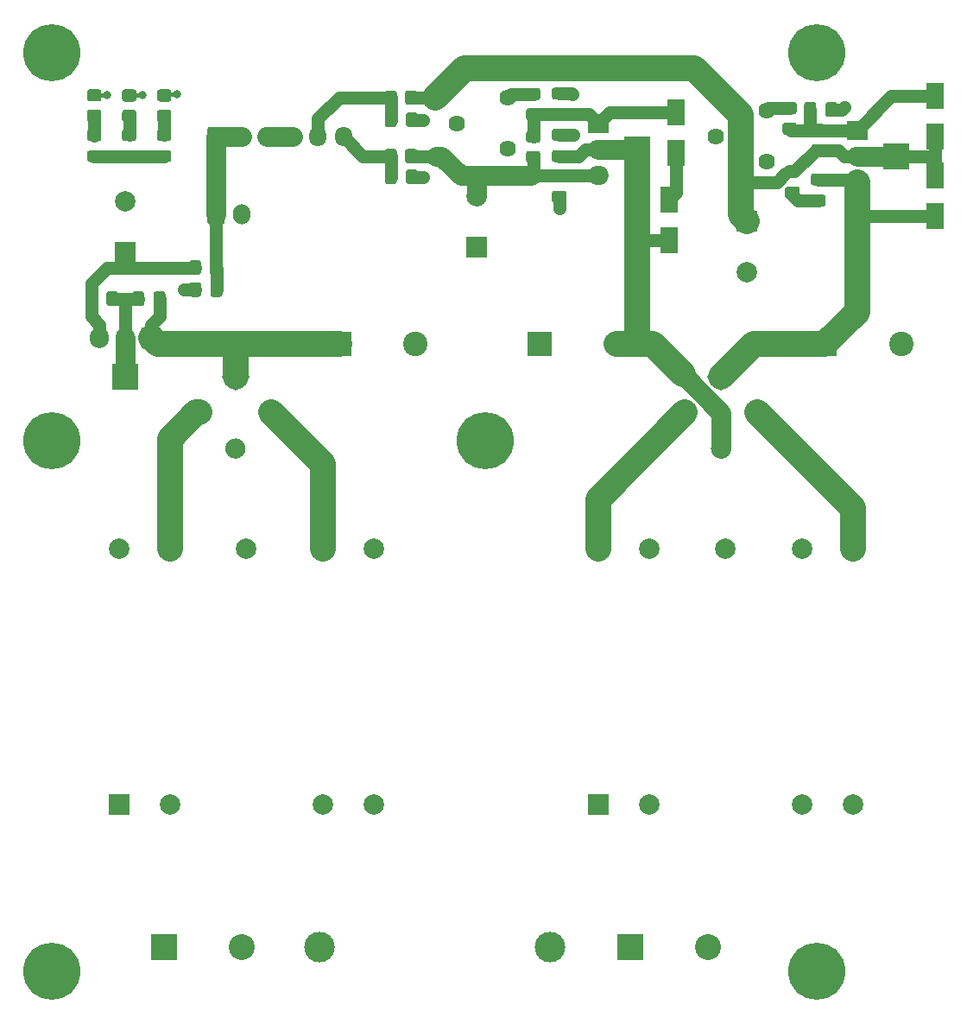
<source format=gbr>
G04 #@! TF.GenerationSoftware,KiCad,Pcbnew,5.1.9-73d0e3b20d~88~ubuntu20.04.1*
G04 #@! TF.CreationDate,2021-01-30T11:56:24+01:00*
G04 #@! TF.ProjectId,FY6600_Power_Supply,46593636-3030-45f5-906f-7765725f5375,1.0*
G04 #@! TF.SameCoordinates,Original*
G04 #@! TF.FileFunction,Copper,L1,Top*
G04 #@! TF.FilePolarity,Positive*
%FSLAX46Y46*%
G04 Gerber Fmt 4.6, Leading zero omitted, Abs format (unit mm)*
G04 Created by KiCad (PCBNEW 5.1.9-73d0e3b20d~88~ubuntu20.04.1) date 2021-01-30 11:56:24*
%MOMM*%
%LPD*%
G01*
G04 APERTURE LIST*
G04 #@! TA.AperFunction,SMDPad,CuDef*
%ADD10R,1.800000X2.500000*%
G04 #@! TD*
G04 #@! TA.AperFunction,ComponentPad*
%ADD11O,1.700000X2.000000*%
G04 #@! TD*
G04 #@! TA.AperFunction,ComponentPad*
%ADD12C,5.600000*%
G04 #@! TD*
G04 #@! TA.AperFunction,ComponentPad*
%ADD13O,2.000000X1.905000*%
G04 #@! TD*
G04 #@! TA.AperFunction,ComponentPad*
%ADD14R,2.000000X1.905000*%
G04 #@! TD*
G04 #@! TA.AperFunction,ComponentPad*
%ADD15O,1.905000X2.000000*%
G04 #@! TD*
G04 #@! TA.AperFunction,ComponentPad*
%ADD16R,1.905000X2.000000*%
G04 #@! TD*
G04 #@! TA.AperFunction,ComponentPad*
%ADD17C,2.000000*%
G04 #@! TD*
G04 #@! TA.AperFunction,ComponentPad*
%ADD18R,2.000000X2.000000*%
G04 #@! TD*
G04 #@! TA.AperFunction,ComponentPad*
%ADD19C,2.540000*%
G04 #@! TD*
G04 #@! TA.AperFunction,ComponentPad*
%ADD20R,2.540000X2.540000*%
G04 #@! TD*
G04 #@! TA.AperFunction,ComponentPad*
%ADD21C,1.620000*%
G04 #@! TD*
G04 #@! TA.AperFunction,ComponentPad*
%ADD22O,1.700000X1.950000*%
G04 #@! TD*
G04 #@! TA.AperFunction,ComponentPad*
%ADD23R,2.500000X2.500000*%
G04 #@! TD*
G04 #@! TA.AperFunction,ComponentPad*
%ADD24C,3.000000*%
G04 #@! TD*
G04 #@! TA.AperFunction,ComponentPad*
%ADD25C,0.100000*%
G04 #@! TD*
G04 #@! TA.AperFunction,ComponentPad*
%ADD26C,2.400000*%
G04 #@! TD*
G04 #@! TA.AperFunction,ComponentPad*
%ADD27R,2.400000X2.400000*%
G04 #@! TD*
G04 #@! TA.AperFunction,ViaPad*
%ADD28C,0.800000*%
G04 #@! TD*
G04 #@! TA.AperFunction,Conductor*
%ADD29C,1.270000*%
G04 #@! TD*
G04 #@! TA.AperFunction,Conductor*
%ADD30C,1.905000*%
G04 #@! TD*
G04 #@! TA.AperFunction,Conductor*
%ADD31C,2.540000*%
G04 #@! TD*
G04 #@! TA.AperFunction,Conductor*
%ADD32C,0.406400*%
G04 #@! TD*
G04 APERTURE END LIST*
D10*
X115570000Y-65405000D03*
X115570000Y-61405000D03*
X116205000Y-56864000D03*
X116205000Y-52864000D03*
X141605000Y-51245000D03*
X141605000Y-55245000D03*
X141605000Y-59055000D03*
X141605000Y-63055000D03*
G04 #@! TA.AperFunction,SMDPad,CuDef*
G36*
G01*
X104300000Y-52520000D02*
X105250000Y-52520000D01*
G75*
G02*
X105500000Y-52770000I0J-250000D01*
G01*
X105500000Y-53445000D01*
G75*
G02*
X105250000Y-53695000I-250000J0D01*
G01*
X104300000Y-53695000D01*
G75*
G02*
X104050000Y-53445000I0J250000D01*
G01*
X104050000Y-52770000D01*
G75*
G02*
X104300000Y-52520000I250000J0D01*
G01*
G37*
G04 #@! TD.AperFunction*
G04 #@! TA.AperFunction,SMDPad,CuDef*
G36*
G01*
X104300000Y-50445000D02*
X105250000Y-50445000D01*
G75*
G02*
X105500000Y-50695000I0J-250000D01*
G01*
X105500000Y-51370000D01*
G75*
G02*
X105250000Y-51620000I-250000J0D01*
G01*
X104300000Y-51620000D01*
G75*
G02*
X104050000Y-51370000I0J250000D01*
G01*
X104050000Y-50695000D01*
G75*
G02*
X104300000Y-50445000I250000J0D01*
G01*
G37*
G04 #@! TD.AperFunction*
G04 #@! TA.AperFunction,SMDPad,CuDef*
G36*
G01*
X130879000Y-53053000D02*
X130879000Y-52103000D01*
G75*
G02*
X131129000Y-51853000I250000J0D01*
G01*
X131804000Y-51853000D01*
G75*
G02*
X132054000Y-52103000I0J-250000D01*
G01*
X132054000Y-53053000D01*
G75*
G02*
X131804000Y-53303000I-250000J0D01*
G01*
X131129000Y-53303000D01*
G75*
G02*
X130879000Y-53053000I0J250000D01*
G01*
G37*
G04 #@! TD.AperFunction*
G04 #@! TA.AperFunction,SMDPad,CuDef*
G36*
G01*
X128804000Y-53053000D02*
X128804000Y-52103000D01*
G75*
G02*
X129054000Y-51853000I250000J0D01*
G01*
X129729000Y-51853000D01*
G75*
G02*
X129979000Y-52103000I0J-250000D01*
G01*
X129979000Y-53053000D01*
G75*
G02*
X129729000Y-53303000I-250000J0D01*
G01*
X129054000Y-53303000D01*
G75*
G02*
X128804000Y-53053000I0J250000D01*
G01*
G37*
G04 #@! TD.AperFunction*
D11*
X73620000Y-62865000D03*
G04 #@! TA.AperFunction,ComponentPad*
G36*
G01*
X70270000Y-63615000D02*
X70270000Y-62115000D01*
G75*
G02*
X70520000Y-61865000I250000J0D01*
G01*
X71720000Y-61865000D01*
G75*
G02*
X71970000Y-62115000I0J-250000D01*
G01*
X71970000Y-63615000D01*
G75*
G02*
X71720000Y-63865000I-250000J0D01*
G01*
X70520000Y-63865000D01*
G75*
G02*
X70270000Y-63615000I0J250000D01*
G01*
G37*
G04 #@! TD.AperFunction*
G04 #@! TA.AperFunction,SMDPad,CuDef*
G36*
G01*
X89665000Y-57600001D02*
X89665000Y-56699999D01*
G75*
G02*
X89914999Y-56450000I249999J0D01*
G01*
X90615001Y-56450000D01*
G75*
G02*
X90865000Y-56699999I0J-249999D01*
G01*
X90865000Y-57600001D01*
G75*
G02*
X90615001Y-57850000I-249999J0D01*
G01*
X89914999Y-57850000D01*
G75*
G02*
X89665000Y-57600001I0J249999D01*
G01*
G37*
G04 #@! TD.AperFunction*
G04 #@! TA.AperFunction,SMDPad,CuDef*
G36*
G01*
X87665000Y-57600001D02*
X87665000Y-56699999D01*
G75*
G02*
X87914999Y-56450000I249999J0D01*
G01*
X88615001Y-56450000D01*
G75*
G02*
X88865000Y-56699999I0J-249999D01*
G01*
X88865000Y-57600001D01*
G75*
G02*
X88615001Y-57850000I-249999J0D01*
G01*
X87914999Y-57850000D01*
G75*
G02*
X87665000Y-57600001I0J249999D01*
G01*
G37*
G04 #@! TD.AperFunction*
G04 #@! TA.AperFunction,SMDPad,CuDef*
G36*
G01*
X89665000Y-51885001D02*
X89665000Y-50984999D01*
G75*
G02*
X89914999Y-50735000I249999J0D01*
G01*
X90615001Y-50735000D01*
G75*
G02*
X90865000Y-50984999I0J-249999D01*
G01*
X90865000Y-51885001D01*
G75*
G02*
X90615001Y-52135000I-249999J0D01*
G01*
X89914999Y-52135000D01*
G75*
G02*
X89665000Y-51885001I0J249999D01*
G01*
G37*
G04 #@! TD.AperFunction*
G04 #@! TA.AperFunction,SMDPad,CuDef*
G36*
G01*
X87665000Y-51885001D02*
X87665000Y-50984999D01*
G75*
G02*
X87914999Y-50735000I249999J0D01*
G01*
X88615001Y-50735000D01*
G75*
G02*
X88865000Y-50984999I0J-249999D01*
G01*
X88865000Y-51885001D01*
G75*
G02*
X88615001Y-52135000I-249999J0D01*
G01*
X87914999Y-52135000D01*
G75*
G02*
X87665000Y-51885001I0J249999D01*
G01*
G37*
G04 #@! TD.AperFunction*
G04 #@! TA.AperFunction,SMDPad,CuDef*
G36*
G01*
X69682000Y-67621999D02*
X69682000Y-68522001D01*
G75*
G02*
X69432001Y-68772000I-249999J0D01*
G01*
X68731999Y-68772000D01*
G75*
G02*
X68482000Y-68522001I0J249999D01*
G01*
X68482000Y-67621999D01*
G75*
G02*
X68731999Y-67372000I249999J0D01*
G01*
X69432001Y-67372000D01*
G75*
G02*
X69682000Y-67621999I0J-249999D01*
G01*
G37*
G04 #@! TD.AperFunction*
G04 #@! TA.AperFunction,SMDPad,CuDef*
G36*
G01*
X71682000Y-67621999D02*
X71682000Y-68522001D01*
G75*
G02*
X71432001Y-68772000I-249999J0D01*
G01*
X70731999Y-68772000D01*
G75*
G02*
X70482000Y-68522001I0J249999D01*
G01*
X70482000Y-67621999D01*
G75*
G02*
X70731999Y-67372000I249999J0D01*
G01*
X71432001Y-67372000D01*
G75*
G02*
X71682000Y-67621999I0J-249999D01*
G01*
G37*
G04 #@! TD.AperFunction*
G04 #@! TA.AperFunction,SMDPad,CuDef*
G36*
G01*
X88852500Y-58707000D02*
X88852500Y-59657000D01*
G75*
G02*
X88602500Y-59907000I-250000J0D01*
G01*
X87927500Y-59907000D01*
G75*
G02*
X87677500Y-59657000I0J250000D01*
G01*
X87677500Y-58707000D01*
G75*
G02*
X87927500Y-58457000I250000J0D01*
G01*
X88602500Y-58457000D01*
G75*
G02*
X88852500Y-58707000I0J-250000D01*
G01*
G37*
G04 #@! TD.AperFunction*
G04 #@! TA.AperFunction,SMDPad,CuDef*
G36*
G01*
X90927500Y-58707000D02*
X90927500Y-59657000D01*
G75*
G02*
X90677500Y-59907000I-250000J0D01*
G01*
X90002500Y-59907000D01*
G75*
G02*
X89752500Y-59657000I0J250000D01*
G01*
X89752500Y-58707000D01*
G75*
G02*
X90002500Y-58457000I250000J0D01*
G01*
X90677500Y-58457000D01*
G75*
G02*
X90927500Y-58707000I0J-250000D01*
G01*
G37*
G04 #@! TD.AperFunction*
G04 #@! TA.AperFunction,SMDPad,CuDef*
G36*
G01*
X89752500Y-54069000D02*
X89752500Y-53119000D01*
G75*
G02*
X90002500Y-52869000I250000J0D01*
G01*
X90677500Y-52869000D01*
G75*
G02*
X90927500Y-53119000I0J-250000D01*
G01*
X90927500Y-54069000D01*
G75*
G02*
X90677500Y-54319000I-250000J0D01*
G01*
X90002500Y-54319000D01*
G75*
G02*
X89752500Y-54069000I0J250000D01*
G01*
G37*
G04 #@! TD.AperFunction*
G04 #@! TA.AperFunction,SMDPad,CuDef*
G36*
G01*
X87677500Y-54069000D02*
X87677500Y-53119000D01*
G75*
G02*
X87927500Y-52869000I250000J0D01*
G01*
X88602500Y-52869000D01*
G75*
G02*
X88852500Y-53119000I0J-250000D01*
G01*
X88852500Y-54069000D01*
G75*
G02*
X88602500Y-54319000I-250000J0D01*
G01*
X87927500Y-54319000D01*
G75*
G02*
X87677500Y-54069000I0J250000D01*
G01*
G37*
G04 #@! TD.AperFunction*
G04 #@! TA.AperFunction,SMDPad,CuDef*
G36*
G01*
X69675500Y-69756000D02*
X69675500Y-70706000D01*
G75*
G02*
X69425500Y-70956000I-250000J0D01*
G01*
X68750500Y-70956000D01*
G75*
G02*
X68500500Y-70706000I0J250000D01*
G01*
X68500500Y-69756000D01*
G75*
G02*
X68750500Y-69506000I250000J0D01*
G01*
X69425500Y-69506000D01*
G75*
G02*
X69675500Y-69756000I0J-250000D01*
G01*
G37*
G04 #@! TD.AperFunction*
G04 #@! TA.AperFunction,SMDPad,CuDef*
G36*
G01*
X71750500Y-69756000D02*
X71750500Y-70706000D01*
G75*
G02*
X71500500Y-70956000I-250000J0D01*
G01*
X70825500Y-70956000D01*
G75*
G02*
X70575500Y-70706000I0J250000D01*
G01*
X70575500Y-69756000D01*
G75*
G02*
X70825500Y-69506000I250000J0D01*
G01*
X71500500Y-69506000D01*
G75*
G02*
X71750500Y-69756000I0J-250000D01*
G01*
G37*
G04 #@! TD.AperFunction*
D12*
X130000000Y-47000000D03*
X55000000Y-47000000D03*
D13*
X108585000Y-59055000D03*
X108585000Y-56515000D03*
D14*
X108585000Y-53975000D03*
D13*
X133985000Y-59690000D03*
X133985000Y-57150000D03*
D14*
X133985000Y-54610000D03*
D15*
X59690000Y-74930000D03*
X62230000Y-74930000D03*
D16*
X64770000Y-74930000D03*
D17*
X108585000Y-95650000D03*
X113585000Y-95650000D03*
X121085000Y-95650000D03*
X128585000Y-95650000D03*
X133585000Y-95650000D03*
X133585000Y-120650000D03*
X128585000Y-120650000D03*
X113585000Y-120650000D03*
D18*
X108585000Y-120650000D03*
D17*
X61595000Y-95650000D03*
X66595000Y-95650000D03*
X74095000Y-95650000D03*
X81595000Y-95650000D03*
X86595000Y-95650000D03*
X86595000Y-120650000D03*
X81595000Y-120650000D03*
X66595000Y-120650000D03*
D18*
X61595000Y-120650000D03*
D19*
X119380000Y-134620000D03*
D20*
X111760000Y-134620000D03*
D21*
X99695000Y-51435000D03*
X94695000Y-53935000D03*
X99695000Y-56435000D03*
X125095000Y-52705000D03*
X120095000Y-55205000D03*
X125095000Y-57705000D03*
G04 #@! TA.AperFunction,SMDPad,CuDef*
G36*
G01*
X101784999Y-56645000D02*
X102685001Y-56645000D01*
G75*
G02*
X102935000Y-56894999I0J-249999D01*
G01*
X102935000Y-57595001D01*
G75*
G02*
X102685001Y-57845000I-249999J0D01*
G01*
X101784999Y-57845000D01*
G75*
G02*
X101535000Y-57595001I0J249999D01*
G01*
X101535000Y-56894999D01*
G75*
G02*
X101784999Y-56645000I249999J0D01*
G01*
G37*
G04 #@! TD.AperFunction*
G04 #@! TA.AperFunction,SMDPad,CuDef*
G36*
G01*
X101784999Y-54645000D02*
X102685001Y-54645000D01*
G75*
G02*
X102935000Y-54894999I0J-249999D01*
G01*
X102935000Y-55595001D01*
G75*
G02*
X102685001Y-55845000I-249999J0D01*
G01*
X101784999Y-55845000D01*
G75*
G02*
X101535000Y-55595001I0J249999D01*
G01*
X101535000Y-54894999D01*
G75*
G02*
X101784999Y-54645000I249999J0D01*
G01*
G37*
G04 #@! TD.AperFunction*
G04 #@! TA.AperFunction,SMDPad,CuDef*
G36*
G01*
X101784999Y-52470000D02*
X102685001Y-52470000D01*
G75*
G02*
X102935000Y-52719999I0J-249999D01*
G01*
X102935000Y-53420001D01*
G75*
G02*
X102685001Y-53670000I-249999J0D01*
G01*
X101784999Y-53670000D01*
G75*
G02*
X101535000Y-53420001I0J249999D01*
G01*
X101535000Y-52719999D01*
G75*
G02*
X101784999Y-52470000I249999J0D01*
G01*
G37*
G04 #@! TD.AperFunction*
G04 #@! TA.AperFunction,SMDPad,CuDef*
G36*
G01*
X101784999Y-50470000D02*
X102685001Y-50470000D01*
G75*
G02*
X102935000Y-50719999I0J-249999D01*
G01*
X102935000Y-51420001D01*
G75*
G02*
X102685001Y-51670000I-249999J0D01*
G01*
X101784999Y-51670000D01*
G75*
G02*
X101535000Y-51420001I0J249999D01*
G01*
X101535000Y-50719999D01*
G75*
G02*
X101784999Y-50470000I249999J0D01*
G01*
G37*
G04 #@! TD.AperFunction*
G04 #@! TA.AperFunction,SMDPad,CuDef*
G36*
G01*
X65589999Y-52613000D02*
X66490001Y-52613000D01*
G75*
G02*
X66740000Y-52862999I0J-249999D01*
G01*
X66740000Y-53563001D01*
G75*
G02*
X66490001Y-53813000I-249999J0D01*
G01*
X65589999Y-53813000D01*
G75*
G02*
X65340000Y-53563001I0J249999D01*
G01*
X65340000Y-52862999D01*
G75*
G02*
X65589999Y-52613000I249999J0D01*
G01*
G37*
G04 #@! TD.AperFunction*
G04 #@! TA.AperFunction,SMDPad,CuDef*
G36*
G01*
X65589999Y-50613000D02*
X66490001Y-50613000D01*
G75*
G02*
X66740000Y-50862999I0J-249999D01*
G01*
X66740000Y-51563001D01*
G75*
G02*
X66490001Y-51813000I-249999J0D01*
G01*
X65589999Y-51813000D01*
G75*
G02*
X65340000Y-51563001I0J249999D01*
G01*
X65340000Y-50862999D01*
G75*
G02*
X65589999Y-50613000I249999J0D01*
G01*
G37*
G04 #@! TD.AperFunction*
G04 #@! TA.AperFunction,SMDPad,CuDef*
G36*
G01*
X62160999Y-52613000D02*
X63061001Y-52613000D01*
G75*
G02*
X63311000Y-52862999I0J-249999D01*
G01*
X63311000Y-53563001D01*
G75*
G02*
X63061001Y-53813000I-249999J0D01*
G01*
X62160999Y-53813000D01*
G75*
G02*
X61911000Y-53563001I0J249999D01*
G01*
X61911000Y-52862999D01*
G75*
G02*
X62160999Y-52613000I249999J0D01*
G01*
G37*
G04 #@! TD.AperFunction*
G04 #@! TA.AperFunction,SMDPad,CuDef*
G36*
G01*
X62160999Y-50613000D02*
X63061001Y-50613000D01*
G75*
G02*
X63311000Y-50862999I0J-249999D01*
G01*
X63311000Y-51563001D01*
G75*
G02*
X63061001Y-51813000I-249999J0D01*
G01*
X62160999Y-51813000D01*
G75*
G02*
X61911000Y-51563001I0J249999D01*
G01*
X61911000Y-50862999D01*
G75*
G02*
X62160999Y-50613000I249999J0D01*
G01*
G37*
G04 #@! TD.AperFunction*
G04 #@! TA.AperFunction,SMDPad,CuDef*
G36*
G01*
X58731999Y-52597000D02*
X59632001Y-52597000D01*
G75*
G02*
X59882000Y-52846999I0J-249999D01*
G01*
X59882000Y-53547001D01*
G75*
G02*
X59632001Y-53797000I-249999J0D01*
G01*
X58731999Y-53797000D01*
G75*
G02*
X58482000Y-53547001I0J249999D01*
G01*
X58482000Y-52846999D01*
G75*
G02*
X58731999Y-52597000I249999J0D01*
G01*
G37*
G04 #@! TD.AperFunction*
G04 #@! TA.AperFunction,SMDPad,CuDef*
G36*
G01*
X58731999Y-50597000D02*
X59632001Y-50597000D01*
G75*
G02*
X59882000Y-50846999I0J-249999D01*
G01*
X59882000Y-51547001D01*
G75*
G02*
X59632001Y-51797000I-249999J0D01*
G01*
X58731999Y-51797000D01*
G75*
G02*
X58482000Y-51547001I0J249999D01*
G01*
X58482000Y-50846999D01*
G75*
G02*
X58731999Y-50597000I249999J0D01*
G01*
G37*
G04 #@! TD.AperFunction*
G04 #@! TA.AperFunction,SMDPad,CuDef*
G36*
G01*
X127831001Y-53067000D02*
X126930999Y-53067000D01*
G75*
G02*
X126681000Y-52817001I0J249999D01*
G01*
X126681000Y-52116999D01*
G75*
G02*
X126930999Y-51867000I249999J0D01*
G01*
X127831001Y-51867000D01*
G75*
G02*
X128081000Y-52116999I0J-249999D01*
G01*
X128081000Y-52817001D01*
G75*
G02*
X127831001Y-53067000I-249999J0D01*
G01*
G37*
G04 #@! TD.AperFunction*
G04 #@! TA.AperFunction,SMDPad,CuDef*
G36*
G01*
X127831001Y-55067000D02*
X126930999Y-55067000D01*
G75*
G02*
X126681000Y-54817001I0J249999D01*
G01*
X126681000Y-54116999D01*
G75*
G02*
X126930999Y-53867000I249999J0D01*
G01*
X127831001Y-53867000D01*
G75*
G02*
X128081000Y-54116999I0J-249999D01*
G01*
X128081000Y-54817001D01*
G75*
G02*
X127831001Y-55067000I-249999J0D01*
G01*
G37*
G04 #@! TD.AperFunction*
G04 #@! TA.AperFunction,SMDPad,CuDef*
G36*
G01*
X130625001Y-55210000D02*
X129724999Y-55210000D01*
G75*
G02*
X129475000Y-54960001I0J249999D01*
G01*
X129475000Y-54259999D01*
G75*
G02*
X129724999Y-54010000I249999J0D01*
G01*
X130625001Y-54010000D01*
G75*
G02*
X130875000Y-54259999I0J-249999D01*
G01*
X130875000Y-54960001D01*
G75*
G02*
X130625001Y-55210000I-249999J0D01*
G01*
G37*
G04 #@! TD.AperFunction*
G04 #@! TA.AperFunction,SMDPad,CuDef*
G36*
G01*
X130625001Y-57210000D02*
X129724999Y-57210000D01*
G75*
G02*
X129475000Y-56960001I0J249999D01*
G01*
X129475000Y-56259999D01*
G75*
G02*
X129724999Y-56010000I249999J0D01*
G01*
X130625001Y-56010000D01*
G75*
G02*
X130875000Y-56259999I0J-249999D01*
G01*
X130875000Y-56960001D01*
G75*
G02*
X130625001Y-57210000I-249999J0D01*
G01*
G37*
G04 #@! TD.AperFunction*
D22*
X83620000Y-55245000D03*
X81120000Y-55245000D03*
X78620000Y-55245000D03*
X76120000Y-55245000D03*
X73620000Y-55245000D03*
G04 #@! TA.AperFunction,ComponentPad*
G36*
G01*
X70270000Y-55970000D02*
X70270000Y-54520000D01*
G75*
G02*
X70520000Y-54270000I250000J0D01*
G01*
X71720000Y-54270000D01*
G75*
G02*
X71970000Y-54520000I0J-250000D01*
G01*
X71970000Y-55970000D01*
G75*
G02*
X71720000Y-56220000I-250000J0D01*
G01*
X70520000Y-56220000D01*
G75*
G02*
X70270000Y-55970000I0J250000D01*
G01*
G37*
G04 #@! TD.AperFunction*
D19*
X73660000Y-134620000D03*
D20*
X66040000Y-134620000D03*
D23*
X112395000Y-56515000D03*
X137795000Y-57150000D03*
X62230000Y-78740000D03*
D12*
X55000000Y-85000000D03*
X97500000Y-85000000D03*
X130000000Y-137000000D03*
X55000000Y-137000000D03*
D24*
X103880000Y-134620000D03*
X81280000Y-134620000D03*
G04 #@! TA.AperFunction,ComponentPad*
D25*
G36*
X119235786Y-78740000D02*
G01*
X120650000Y-77325786D01*
X122064214Y-78740000D01*
X120650000Y-80154214D01*
X119235786Y-78740000D01*
G37*
G04 #@! TD.AperFunction*
G04 #@! TA.AperFunction,ComponentPad*
G36*
G01*
X119942893Y-85103961D02*
X119942893Y-85103961D01*
G75*
G02*
X121357107Y-85103961I707107J-707107D01*
G01*
X121357107Y-85103961D01*
G75*
G02*
X121357107Y-86518175I-707107J-707107D01*
G01*
X121357107Y-86518175D01*
G75*
G02*
X119942893Y-86518175I-707107J707107D01*
G01*
X119942893Y-86518175D01*
G75*
G02*
X119942893Y-85103961I707107J707107D01*
G01*
G37*
G04 #@! TD.AperFunction*
G04 #@! TA.AperFunction,ComponentPad*
G36*
G01*
X116407359Y-81568427D02*
X116407359Y-81568427D01*
G75*
G02*
X117821573Y-81568427I707107J-707107D01*
G01*
X117821573Y-81568427D01*
G75*
G02*
X117821573Y-82982641I-707107J-707107D01*
G01*
X117821573Y-82982641D01*
G75*
G02*
X116407359Y-82982641I-707107J707107D01*
G01*
X116407359Y-82982641D01*
G75*
G02*
X116407359Y-81568427I707107J707107D01*
G01*
G37*
G04 #@! TD.AperFunction*
G04 #@! TA.AperFunction,ComponentPad*
G36*
G01*
X123478427Y-81568427D02*
X123478427Y-81568427D01*
G75*
G02*
X124892641Y-81568427I707107J-707107D01*
G01*
X124892641Y-81568427D01*
G75*
G02*
X124892641Y-82982641I-707107J-707107D01*
G01*
X124892641Y-82982641D01*
G75*
G02*
X123478427Y-82982641I-707107J707107D01*
G01*
X123478427Y-82982641D01*
G75*
G02*
X123478427Y-81568427I707107J707107D01*
G01*
G37*
G04 #@! TD.AperFunction*
G04 #@! TA.AperFunction,SMDPad,CuDef*
G36*
G01*
X65589999Y-56584000D02*
X66490001Y-56584000D01*
G75*
G02*
X66740000Y-56833999I0J-249999D01*
G01*
X66740000Y-57484001D01*
G75*
G02*
X66490001Y-57734000I-249999J0D01*
G01*
X65589999Y-57734000D01*
G75*
G02*
X65340000Y-57484001I0J249999D01*
G01*
X65340000Y-56833999D01*
G75*
G02*
X65589999Y-56584000I249999J0D01*
G01*
G37*
G04 #@! TD.AperFunction*
G04 #@! TA.AperFunction,SMDPad,CuDef*
G36*
G01*
X65589999Y-54534000D02*
X66490001Y-54534000D01*
G75*
G02*
X66740000Y-54783999I0J-249999D01*
G01*
X66740000Y-55434001D01*
G75*
G02*
X66490001Y-55684000I-249999J0D01*
G01*
X65589999Y-55684000D01*
G75*
G02*
X65340000Y-55434001I0J249999D01*
G01*
X65340000Y-54783999D01*
G75*
G02*
X65589999Y-54534000I249999J0D01*
G01*
G37*
G04 #@! TD.AperFunction*
G04 #@! TA.AperFunction,SMDPad,CuDef*
G36*
G01*
X63061001Y-55684000D02*
X62160999Y-55684000D01*
G75*
G02*
X61911000Y-55434001I0J249999D01*
G01*
X61911000Y-54783999D01*
G75*
G02*
X62160999Y-54534000I249999J0D01*
G01*
X63061001Y-54534000D01*
G75*
G02*
X63311000Y-54783999I0J-249999D01*
G01*
X63311000Y-55434001D01*
G75*
G02*
X63061001Y-55684000I-249999J0D01*
G01*
G37*
G04 #@! TD.AperFunction*
G04 #@! TA.AperFunction,SMDPad,CuDef*
G36*
G01*
X63061001Y-57734000D02*
X62160999Y-57734000D01*
G75*
G02*
X61911000Y-57484001I0J249999D01*
G01*
X61911000Y-56833999D01*
G75*
G02*
X62160999Y-56584000I249999J0D01*
G01*
X63061001Y-56584000D01*
G75*
G02*
X63311000Y-56833999I0J-249999D01*
G01*
X63311000Y-57484001D01*
G75*
G02*
X63061001Y-57734000I-249999J0D01*
G01*
G37*
G04 #@! TD.AperFunction*
G04 #@! TA.AperFunction,SMDPad,CuDef*
G36*
G01*
X59632001Y-55693000D02*
X58731999Y-55693000D01*
G75*
G02*
X58482000Y-55443001I0J249999D01*
G01*
X58482000Y-54792999D01*
G75*
G02*
X58731999Y-54543000I249999J0D01*
G01*
X59632001Y-54543000D01*
G75*
G02*
X59882000Y-54792999I0J-249999D01*
G01*
X59882000Y-55443001D01*
G75*
G02*
X59632001Y-55693000I-249999J0D01*
G01*
G37*
G04 #@! TD.AperFunction*
G04 #@! TA.AperFunction,SMDPad,CuDef*
G36*
G01*
X59632001Y-57743000D02*
X58731999Y-57743000D01*
G75*
G02*
X58482000Y-57493001I0J249999D01*
G01*
X58482000Y-56842999D01*
G75*
G02*
X58731999Y-56593000I249999J0D01*
G01*
X59632001Y-56593000D01*
G75*
G02*
X59882000Y-56842999I0J-249999D01*
G01*
X59882000Y-57493001D01*
G75*
G02*
X59632001Y-57743000I-249999J0D01*
G01*
G37*
G04 #@! TD.AperFunction*
G04 #@! TA.AperFunction,ComponentPad*
G36*
X71610786Y-78740000D02*
G01*
X73025000Y-77325786D01*
X74439214Y-78740000D01*
X73025000Y-80154214D01*
X71610786Y-78740000D01*
G37*
G04 #@! TD.AperFunction*
G04 #@! TA.AperFunction,ComponentPad*
G36*
G01*
X72317893Y-85103961D02*
X72317893Y-85103961D01*
G75*
G02*
X73732107Y-85103961I707107J-707107D01*
G01*
X73732107Y-85103961D01*
G75*
G02*
X73732107Y-86518175I-707107J-707107D01*
G01*
X73732107Y-86518175D01*
G75*
G02*
X72317893Y-86518175I-707107J707107D01*
G01*
X72317893Y-86518175D01*
G75*
G02*
X72317893Y-85103961I707107J707107D01*
G01*
G37*
G04 #@! TD.AperFunction*
G04 #@! TA.AperFunction,ComponentPad*
G36*
G01*
X68782359Y-81568427D02*
X68782359Y-81568427D01*
G75*
G02*
X70196573Y-81568427I707107J-707107D01*
G01*
X70196573Y-81568427D01*
G75*
G02*
X70196573Y-82982641I-707107J-707107D01*
G01*
X70196573Y-82982641D01*
G75*
G02*
X68782359Y-82982641I-707107J707107D01*
G01*
X68782359Y-82982641D01*
G75*
G02*
X68782359Y-81568427I707107J707107D01*
G01*
G37*
G04 #@! TD.AperFunction*
G04 #@! TA.AperFunction,ComponentPad*
G36*
G01*
X75853427Y-81568427D02*
X75853427Y-81568427D01*
G75*
G02*
X77267641Y-81568427I707107J-707107D01*
G01*
X77267641Y-81568427D01*
G75*
G02*
X77267641Y-82982641I-707107J-707107D01*
G01*
X77267641Y-82982641D01*
G75*
G02*
X75853427Y-82982641I-707107J707107D01*
G01*
X75853427Y-82982641D01*
G75*
G02*
X75853427Y-81568427I707107J707107D01*
G01*
G37*
G04 #@! TD.AperFunction*
G04 #@! TA.AperFunction,SMDPad,CuDef*
G36*
G01*
X105250000Y-59642500D02*
X104300000Y-59642500D01*
G75*
G02*
X104050000Y-59392500I0J250000D01*
G01*
X104050000Y-58717500D01*
G75*
G02*
X104300000Y-58467500I250000J0D01*
G01*
X105250000Y-58467500D01*
G75*
G02*
X105500000Y-58717500I0J-250000D01*
G01*
X105500000Y-59392500D01*
G75*
G02*
X105250000Y-59642500I-250000J0D01*
G01*
G37*
G04 #@! TD.AperFunction*
G04 #@! TA.AperFunction,SMDPad,CuDef*
G36*
G01*
X105250000Y-61717500D02*
X104300000Y-61717500D01*
G75*
G02*
X104050000Y-61467500I0J250000D01*
G01*
X104050000Y-60792500D01*
G75*
G02*
X104300000Y-60542500I250000J0D01*
G01*
X105250000Y-60542500D01*
G75*
G02*
X105500000Y-60792500I0J-250000D01*
G01*
X105500000Y-61467500D01*
G75*
G02*
X105250000Y-61717500I-250000J0D01*
G01*
G37*
G04 #@! TD.AperFunction*
D17*
X96647000Y-61040000D03*
D18*
X96647000Y-66040000D03*
G04 #@! TA.AperFunction,SMDPad,CuDef*
G36*
G01*
X104300000Y-56562500D02*
X105250000Y-56562500D01*
G75*
G02*
X105500000Y-56812500I0J-250000D01*
G01*
X105500000Y-57487500D01*
G75*
G02*
X105250000Y-57737500I-250000J0D01*
G01*
X104300000Y-57737500D01*
G75*
G02*
X104050000Y-57487500I0J250000D01*
G01*
X104050000Y-56812500D01*
G75*
G02*
X104300000Y-56562500I250000J0D01*
G01*
G37*
G04 #@! TD.AperFunction*
G04 #@! TA.AperFunction,SMDPad,CuDef*
G36*
G01*
X104300000Y-54487500D02*
X105250000Y-54487500D01*
G75*
G02*
X105500000Y-54737500I0J-250000D01*
G01*
X105500000Y-55412500D01*
G75*
G02*
X105250000Y-55662500I-250000J0D01*
G01*
X104300000Y-55662500D01*
G75*
G02*
X104050000Y-55412500I0J250000D01*
G01*
X104050000Y-54737500D01*
G75*
G02*
X104300000Y-54487500I250000J0D01*
G01*
G37*
G04 #@! TD.AperFunction*
D26*
X110370000Y-75565000D03*
D27*
X102870000Y-75565000D03*
G04 #@! TA.AperFunction,SMDPad,CuDef*
G36*
G01*
X127160000Y-60140000D02*
X128110000Y-60140000D01*
G75*
G02*
X128360000Y-60390000I0J-250000D01*
G01*
X128360000Y-61065000D01*
G75*
G02*
X128110000Y-61315000I-250000J0D01*
G01*
X127160000Y-61315000D01*
G75*
G02*
X126910000Y-61065000I0J250000D01*
G01*
X126910000Y-60390000D01*
G75*
G02*
X127160000Y-60140000I250000J0D01*
G01*
G37*
G04 #@! TD.AperFunction*
G04 #@! TA.AperFunction,SMDPad,CuDef*
G36*
G01*
X127160000Y-58065000D02*
X128110000Y-58065000D01*
G75*
G02*
X128360000Y-58315000I0J-250000D01*
G01*
X128360000Y-58990000D01*
G75*
G02*
X128110000Y-59240000I-250000J0D01*
G01*
X127160000Y-59240000D01*
G75*
G02*
X126910000Y-58990000I0J250000D01*
G01*
X126910000Y-58315000D01*
G75*
G02*
X127160000Y-58065000I250000J0D01*
G01*
G37*
G04 #@! TD.AperFunction*
D17*
X123190000Y-68500000D03*
D18*
X123190000Y-63500000D03*
G04 #@! TA.AperFunction,SMDPad,CuDef*
G36*
G01*
X129700000Y-58848500D02*
X130650000Y-58848500D01*
G75*
G02*
X130900000Y-59098500I0J-250000D01*
G01*
X130900000Y-59773500D01*
G75*
G02*
X130650000Y-60023500I-250000J0D01*
G01*
X129700000Y-60023500D01*
G75*
G02*
X129450000Y-59773500I0J250000D01*
G01*
X129450000Y-59098500D01*
G75*
G02*
X129700000Y-58848500I250000J0D01*
G01*
G37*
G04 #@! TD.AperFunction*
G04 #@! TA.AperFunction,SMDPad,CuDef*
G36*
G01*
X129700000Y-60923500D02*
X130650000Y-60923500D01*
G75*
G02*
X130900000Y-61173500I0J-250000D01*
G01*
X130900000Y-61848500D01*
G75*
G02*
X130650000Y-62098500I-250000J0D01*
G01*
X129700000Y-62098500D01*
G75*
G02*
X129450000Y-61848500I0J250000D01*
G01*
X129450000Y-61173500D01*
G75*
G02*
X129700000Y-60923500I250000J0D01*
G01*
G37*
G04 #@! TD.AperFunction*
D26*
X138310000Y-75565000D03*
D27*
X130810000Y-75565000D03*
G04 #@! TA.AperFunction,SMDPad,CuDef*
G36*
G01*
X60372500Y-71595000D02*
X60372500Y-70645000D01*
G75*
G02*
X60622500Y-70395000I250000J0D01*
G01*
X61297500Y-70395000D01*
G75*
G02*
X61547500Y-70645000I0J-250000D01*
G01*
X61547500Y-71595000D01*
G75*
G02*
X61297500Y-71845000I-250000J0D01*
G01*
X60622500Y-71845000D01*
G75*
G02*
X60372500Y-71595000I0J250000D01*
G01*
G37*
G04 #@! TD.AperFunction*
G04 #@! TA.AperFunction,SMDPad,CuDef*
G36*
G01*
X58297500Y-71595000D02*
X58297500Y-70645000D01*
G75*
G02*
X58547500Y-70395000I250000J0D01*
G01*
X59222500Y-70395000D01*
G75*
G02*
X59472500Y-70645000I0J-250000D01*
G01*
X59472500Y-71595000D01*
G75*
G02*
X59222500Y-71845000I-250000J0D01*
G01*
X58547500Y-71845000D01*
G75*
G02*
X58297500Y-71595000I0J250000D01*
G01*
G37*
G04 #@! TD.AperFunction*
D17*
X62230000Y-61548000D03*
D18*
X62230000Y-66548000D03*
G04 #@! TA.AperFunction,SMDPad,CuDef*
G36*
G01*
X64087500Y-70645000D02*
X64087500Y-71595000D01*
G75*
G02*
X63837500Y-71845000I-250000J0D01*
G01*
X63162500Y-71845000D01*
G75*
G02*
X62912500Y-71595000I0J250000D01*
G01*
X62912500Y-70645000D01*
G75*
G02*
X63162500Y-70395000I250000J0D01*
G01*
X63837500Y-70395000D01*
G75*
G02*
X64087500Y-70645000I0J-250000D01*
G01*
G37*
G04 #@! TD.AperFunction*
G04 #@! TA.AperFunction,SMDPad,CuDef*
G36*
G01*
X66162500Y-70645000D02*
X66162500Y-71595000D01*
G75*
G02*
X65912500Y-71845000I-250000J0D01*
G01*
X65237500Y-71845000D01*
G75*
G02*
X64987500Y-71595000I0J250000D01*
G01*
X64987500Y-70645000D01*
G75*
G02*
X65237500Y-70395000I250000J0D01*
G01*
X65912500Y-70395000D01*
G75*
G02*
X66162500Y-70645000I0J-250000D01*
G01*
G37*
G04 #@! TD.AperFunction*
D26*
X90685000Y-75565000D03*
D27*
X83185000Y-75565000D03*
D28*
X62230000Y-71120000D03*
X62230000Y-72390000D03*
X62230000Y-76835000D03*
X104775000Y-62230000D03*
X91440000Y-59182000D03*
X91440000Y-53594000D03*
X67945000Y-70231000D03*
X106129079Y-55075079D03*
X128862000Y-61511000D03*
X64380000Y-57159000D03*
X60942000Y-57168000D03*
X106045000Y-51054000D03*
X132715000Y-52324000D03*
X60452000Y-51181000D03*
X63881000Y-51181000D03*
X67310000Y-51054004D03*
X116205000Y-59055000D03*
D29*
X62230000Y-74930000D02*
X62230000Y-72390000D01*
X62230000Y-71120000D02*
X62230000Y-71120000D01*
X63500000Y-71120000D02*
X62230000Y-71120000D01*
X62230000Y-71120000D02*
X60960000Y-71120000D01*
X62230000Y-72390000D02*
X62230000Y-71120000D01*
D30*
X62230000Y-74930000D02*
X62230000Y-76835000D01*
X62230000Y-76835000D02*
X62230000Y-78740000D01*
D29*
X104775000Y-61130000D02*
X104775000Y-62230000D01*
D30*
X76120000Y-55245000D02*
X78620000Y-55245000D01*
D29*
X90340000Y-59182000D02*
X91440000Y-59182000D01*
X90340000Y-53594000D02*
X91440000Y-53594000D01*
X104775000Y-55075000D02*
X106129000Y-55075000D01*
X106129000Y-55075000D02*
X106129079Y-55075079D01*
X128186000Y-61511000D02*
X127635000Y-60960000D01*
X130175000Y-61511000D02*
X128862000Y-61511000D01*
X128862000Y-61511000D02*
X128186000Y-61511000D01*
X67945000Y-70231000D02*
X69088000Y-70231000D01*
X62602000Y-57168000D02*
X62611000Y-57159000D01*
X59182000Y-57168000D02*
X60942000Y-57168000D01*
X62611000Y-57159000D02*
X64380000Y-57159000D01*
X64380000Y-57159000D02*
X66040000Y-57159000D01*
X60942000Y-57168000D02*
X62602000Y-57168000D01*
X106023500Y-51032500D02*
X106045000Y-51054000D01*
X104775000Y-51032500D02*
X106023500Y-51032500D01*
X132461000Y-52578000D02*
X132715000Y-52324000D01*
X131466500Y-52578000D02*
X132461000Y-52578000D01*
X65575000Y-71120000D02*
X65575000Y-72855000D01*
X64770000Y-73660000D02*
X64770000Y-74930000D01*
X65575000Y-72855000D02*
X64770000Y-73660000D01*
D31*
X65405000Y-75565000D02*
X64770000Y-74930000D01*
X73025000Y-76200000D02*
X73660000Y-75565000D01*
X73660000Y-75565000D02*
X65405000Y-75565000D01*
X73025000Y-78740000D02*
X73025000Y-76200000D01*
X83185000Y-75565000D02*
X73660000Y-75565000D01*
D30*
X71120000Y-55245000D02*
X73620000Y-55245000D01*
D29*
X71163000Y-68153000D02*
X71082000Y-68072000D01*
X71163000Y-70231000D02*
X71163000Y-68153000D01*
X71082000Y-62903000D02*
X71120000Y-62865000D01*
X71082000Y-68072000D02*
X71082000Y-62903000D01*
D30*
X71120000Y-58420000D02*
X71120000Y-55245000D01*
X71120000Y-62865000D02*
X71120000Y-58420000D01*
D32*
X58944000Y-51181000D02*
X60452000Y-51181000D01*
X58928000Y-51197000D02*
X58944000Y-51181000D01*
D29*
X133731000Y-59436000D02*
X133985000Y-59690000D01*
X130175000Y-59436000D02*
X133731000Y-59436000D01*
D31*
X123825000Y-75565000D02*
X120650000Y-78740000D01*
X130810000Y-75565000D02*
X123825000Y-75565000D01*
X133985000Y-72390000D02*
X133985000Y-64389000D01*
X130810000Y-75565000D02*
X133985000Y-72390000D01*
D29*
X134175000Y-63055000D02*
X133985000Y-62865000D01*
X141605000Y-63055000D02*
X134175000Y-63055000D01*
D31*
X133985000Y-62865000D02*
X133985000Y-59690000D01*
X133985000Y-64389000D02*
X133985000Y-62865000D01*
D29*
X88265000Y-53594000D02*
X88265000Y-51435000D01*
X88265000Y-51435000D02*
X83185000Y-51435000D01*
X81120000Y-53500000D02*
X81120000Y-55245000D01*
X83185000Y-51435000D02*
X81120000Y-53500000D01*
D32*
X62643000Y-51181000D02*
X63881000Y-51181000D01*
X62611000Y-51213000D02*
X62643000Y-51181000D01*
D30*
X112395000Y-56515000D02*
X108585000Y-56515000D01*
D29*
X108585000Y-56515000D02*
X107315000Y-56515000D01*
X106680000Y-57150000D02*
X104775000Y-57150000D01*
X107315000Y-56515000D02*
X106680000Y-57150000D01*
D30*
X120650000Y-82296000D02*
X120650000Y-85811068D01*
X116903500Y-78549500D02*
X120650000Y-82296000D01*
D31*
X113919000Y-75565000D02*
X116903500Y-78549500D01*
X112395000Y-75565000D02*
X113919000Y-75565000D01*
X110370000Y-75565000D02*
X112395000Y-75565000D01*
D29*
X112435000Y-67270000D02*
X112395000Y-67310000D01*
D31*
X112395000Y-67310000D02*
X112395000Y-75565000D01*
X112395000Y-65405000D02*
X112395000Y-67310000D01*
D29*
X115570000Y-65405000D02*
X112395000Y-65405000D01*
D31*
X112395000Y-56515000D02*
X112395000Y-65405000D01*
D29*
X88265000Y-57150000D02*
X88265000Y-59182000D01*
D32*
X66040000Y-51070000D02*
X66040000Y-50800000D01*
D29*
X85525000Y-57150000D02*
X83620000Y-55245000D01*
X88265000Y-57150000D02*
X85525000Y-57150000D01*
D32*
X67294004Y-51070000D02*
X67310000Y-51054004D01*
X66040000Y-51070000D02*
X67294004Y-51070000D01*
D31*
X69171966Y-82275534D02*
X66595000Y-84852500D01*
X66595000Y-84852500D02*
X66595000Y-95650000D01*
X69489466Y-82275534D02*
X69171966Y-82275534D01*
X81595000Y-87310000D02*
X76560534Y-82275534D01*
X81595000Y-95650000D02*
X81595000Y-87310000D01*
D29*
X59182000Y-55118000D02*
X59182000Y-53206000D01*
X62611000Y-55109000D02*
X62611000Y-53213000D01*
X66040000Y-55109000D02*
X66040000Y-53213000D01*
D31*
X108585000Y-90805000D02*
X117114466Y-82275534D01*
X108585000Y-95650000D02*
X108585000Y-90805000D01*
X133585000Y-91675000D02*
X124185534Y-82275534D01*
X133585000Y-95650000D02*
X133585000Y-91675000D01*
D29*
X125333000Y-52467000D02*
X125095000Y-52705000D01*
X127381000Y-52467000D02*
X125333000Y-52467000D01*
X100060000Y-51070000D02*
X99695000Y-51435000D01*
X102235000Y-51070000D02*
X100060000Y-51070000D01*
X58885000Y-71120000D02*
X58885000Y-72855000D01*
X59690000Y-73660000D02*
X59690000Y-74930000D01*
X58885000Y-72855000D02*
X59690000Y-73660000D01*
X58885000Y-71120000D02*
X58885000Y-69639000D01*
X60452000Y-68072000D02*
X58885000Y-69639000D01*
X62230000Y-67945000D02*
X62357000Y-68072000D01*
X62357000Y-68072000D02*
X60452000Y-68072000D01*
X62230000Y-66548000D02*
X62230000Y-67945000D01*
X69082000Y-68072000D02*
X62357000Y-68072000D01*
D30*
X137795000Y-57150000D02*
X133985000Y-57150000D01*
D29*
X133985000Y-57150000D02*
X132715000Y-57150000D01*
X132175000Y-56610000D02*
X130175000Y-56610000D01*
X132715000Y-57150000D02*
X132175000Y-56610000D01*
X90265000Y-51435000D02*
X92583000Y-51435000D01*
X127867500Y-58652500D02*
X127635000Y-58652500D01*
X129910000Y-56610000D02*
X127867500Y-58652500D01*
X130175000Y-56610000D02*
X129910000Y-56610000D01*
X126105000Y-59690000D02*
X122555000Y-59690000D01*
X126910000Y-58885000D02*
X126105000Y-59690000D01*
D31*
X95504000Y-48514000D02*
X92583000Y-51435000D01*
X117983000Y-48514000D02*
X95504000Y-48514000D01*
X122555000Y-53086000D02*
X117983000Y-48514000D01*
X122555000Y-59690000D02*
X122555000Y-53086000D01*
X122555000Y-62865000D02*
X122555000Y-59690000D01*
X123190000Y-63500000D02*
X122555000Y-62865000D01*
D29*
X137795000Y-57150000D02*
X141605000Y-57150000D01*
X141605000Y-55245000D02*
X141605000Y-57150000D01*
X141605000Y-57150000D02*
X141605000Y-59055000D01*
X108585000Y-59055000D02*
X104775000Y-59055000D01*
X102235000Y-57245000D02*
X102235000Y-58420000D01*
X90265000Y-57150000D02*
X92075000Y-57150000D01*
X116205000Y-60770000D02*
X115570000Y-61405000D01*
X116205000Y-59055000D02*
X116205000Y-60770000D01*
X116205000Y-56864000D02*
X116205000Y-59055000D01*
D30*
X96647000Y-61040000D02*
X96647000Y-59817000D01*
D29*
X104775000Y-59055000D02*
X101981000Y-59055000D01*
D30*
X95123000Y-59055000D02*
X101981000Y-59055000D01*
X93218000Y-57150000D02*
X95123000Y-59055000D01*
X92710000Y-57150000D02*
X93218000Y-57150000D01*
D29*
X133985000Y-54610000D02*
X130175000Y-54610000D01*
X127524000Y-54610000D02*
X127381000Y-54467000D01*
X129391500Y-54588500D02*
X129413000Y-54610000D01*
X129391500Y-52578000D02*
X129391500Y-54588500D01*
X129413000Y-54610000D02*
X127524000Y-54610000D01*
X130175000Y-54610000D02*
X129413000Y-54610000D01*
X137350000Y-51245000D02*
X133985000Y-54610000D01*
X141605000Y-51245000D02*
X137350000Y-51245000D01*
X102235000Y-55245000D02*
X102235000Y-53070000D01*
X107680000Y-53070000D02*
X102235000Y-53070000D01*
X108585000Y-53975000D02*
X107680000Y-53070000D01*
X109696000Y-52864000D02*
X108585000Y-53975000D01*
X116205000Y-52864000D02*
X109696000Y-52864000D01*
M02*

</source>
